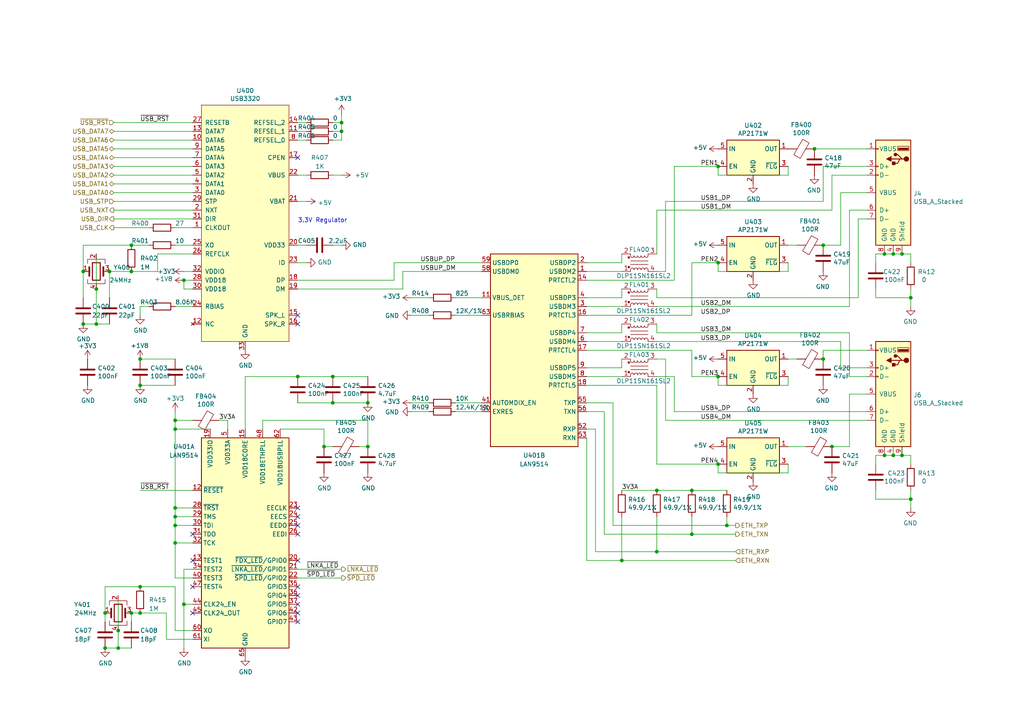
<source format=kicad_sch>
(kicad_sch (version 20210123) (generator eeschema)
  (paper "A4")
  (title_block (title "Dramite") (date "2021-01-22") (rev "R0.1") (company "Wenting Zhang") (comment 1 "zephray@outlook.com"))
  (lib_symbols
    (symbol "Device:C" (pin_numbers hide) (pin_names (offset 0.254))
      (property "Reference" "C" (at 0.635 2.54 0))
      (property "Value" "C" (at 0.635 -2.54 0))
      (symbol "C_1_1"
        (pin passive line (at 0 3.81 270) (length 2.794) (name "~") (number "1"))
        (pin passive line (at 0 -3.81 90) (length 2.794) (name "~") (number "2"))
      )
    )
    (symbol "Device:Crystal_GND24" (pin_names (offset 1.016) hide)
      (property "Reference" "Y" (at 3.175 5.08 0))
      (property "Value" "Crystal_GND24" (at 3.175 3.175 0))
      (symbol "Crystal_GND24_1_1"
        (pin passive line (at -3.81 0 0) (length 1.27) (name "1") (number "1"))
        (pin passive line (at 0 5.08 270) (length 1.27) (name "2") (number "2"))
        (pin passive line (at 3.81 0 180) (length 1.27) (name "3") (number "3"))
        (pin passive line (at 0 -5.08 90) (length 1.27) (name "4") (number "4"))
      )
    )
    (symbol "Device:EMI_Filter_LL_1423" (pin_names hide)
      (property "Reference" "FL" (at 0 4.445 0))
      (property "Value" "Device_EMI_Filter_LL_1423" (at 0 -4.445 0))
      (symbol "EMI_Filter_LL_1423_1_1"
        (pin passive line (at -5.08 -2.54 0) (length 2.54) (name "1") (number "1"))
        (pin passive line (at -5.08 2.54 0) (length 2.54) (name "2") (number "2"))
        (pin passive line (at 5.08 2.54 180) (length 2.54) (name "3") (number "3"))
        (pin passive line (at 5.08 -2.54 180) (length 2.54) (name "4") (number "4"))
      )
    )
    (symbol "Device:Ferrite_Bead" (pin_numbers hide) (pin_names (offset 0))
      (property "Reference" "FB" (at -3.81 0.635 90))
      (property "Value" "Device_Ferrite_Bead" (at 3.81 0 90))
      (symbol "Ferrite_Bead_1_1"
        (pin passive line (at 0 3.81 270) (length 2.54) (name "~") (number "1"))
        (pin passive line (at 0 -3.81 90) (length 2.54) (name "~") (number "2"))
      )
    )
    (symbol "Device:R" (pin_numbers hide) (pin_names (offset 0))
      (property "Reference" "R" (at 2.032 0 90))
      (property "Value" "R" (at 0 0 90))
      (symbol "R_1_1"
        (pin passive line (at 0 3.81 270) (length 1.27) (name "~") (number "1"))
        (pin passive line (at 0 -3.81 90) (length 1.27) (name "~") (number "2"))
      )
    )
    (symbol "Interface_Ethernet:LAN9514"
      (property "Reference" "U" (at -15.24 31.75 0))
      (property "Value" "LAN9514" (at 15.24 31.75 0))
      (symbol "LAN9514_1_1"
        (pin passive line (at -5.08 33.02 270) (length 2.54) hide (name "VDD33A") (number "10"))
        (pin input line (at -15.24 15.24 0) (length 2.54) (name "~RESET") (number "12"))
        (pin input line (at -15.24 -5.08 0) (length 2.54) (name "TEST1") (number "13"))
        (pin power_in line (at 0 33.02 270) (length 2.54) (name "VDD18CORE") (number "15"))
        (pin power_in line (at -10.16 33.02 270) (length 2.54) (name "VDD33IO") (number "19"))
        (pin bidirectional line (at 15.24 -5.08 180) (length 2.54) (name "~FDX_LED~/GPIO0") (number "20"))
        (pin bidirectional line (at 15.24 -7.62 180) (length 2.54) (name "~LNKA_LED~/GPIO1") (number "21"))
        (pin bidirectional line (at 15.24 -10.16 180) (length 2.54) (name "~SPD_LED~/GPIO2") (number "22"))
        (pin output line (at 15.24 10.16 180) (length 2.54) (name "EECLK") (number "23"))
        (pin output line (at 15.24 7.62 180) (length 2.54) (name "EECS") (number "24"))
        (pin output line (at 15.24 5.08 180) (length 2.54) (name "EEDO") (number "25"))
        (pin input line (at 15.24 2.54 180) (length 2.54) (name "EEDI") (number "26"))
        (pin passive line (at -10.16 33.02 270) (length 2.54) hide (name "VDD33IO") (number "27"))
        (pin input line (at -15.24 10.16 0) (length 2.54) (name "~TRST") (number "28"))
        (pin input line (at -15.24 7.62 0) (length 2.54) (name "TMS") (number "29"))
        (pin input line (at -15.24 5.08 0) (length 2.54) (name "TDI") (number "30"))
        (pin output line (at -15.24 2.54 0) (length 2.54) (name "TDO") (number "31"))
        (pin input line (at -15.24 0 0) (length 2.54) (name "TCK") (number "32"))
        (pin passive line (at -10.16 33.02 270) (length 2.54) hide (name "VDD33IO") (number "33"))
        (pin input line (at -15.24 -7.62 0) (length 2.54) (name "TEST2") (number "34"))
        (pin bidirectional line (at 15.24 -12.7 180) (length 2.54) (name "GPIO3") (number "35"))
        (pin bidirectional line (at 15.24 -15.24 180) (length 2.54) (name "GPIO4") (number "36"))
        (pin bidirectional line (at 15.24 -17.78 180) (length 2.54) (name "GPIO5") (number "37"))
        (pin passive line (at 0 33.02 270) (length 2.54) hide (name "VDD18CORE") (number "38"))
        (pin passive line (at -10.16 33.02 270) (length 2.54) hide (name "VDD33IO") (number "39"))
        (pin input line (at -15.24 -10.16 0) (length 2.54) (name "TEST3") (number "40"))
        (pin bidirectional line (at 15.24 -20.32 180) (length 2.54) (name "GPIO6") (number "42"))
        (pin bidirectional line (at 15.24 -22.86 180) (length 2.54) (name "GPIO7") (number "43"))
        (pin input line (at -15.24 -17.78 0) (length 2.54) (name "CLK24_EN") (number "44"))
        (pin output line (at -15.24 -20.32 0) (length 2.54) (name "CLK24_OUT") (number "45"))
        (pin passive line (at -10.16 33.02 270) (length 2.54) hide (name "VDD33IO") (number "46"))
        (pin input line (at -15.24 -12.7 0) (length 2.54) (name "TEST4") (number "47"))
        (pin power_in line (at 5.08 33.02 270) (length 2.54) (name "VDD18ETHPLL") (number "48"))
        (pin passive line (at -5.08 33.02 270) (length 2.54) hide (name "VDD33A") (number "49"))
        (pin power_in line (at -5.08 33.02 270) (length 2.54) (name "VDD33A") (number "5"))
        (pin passive line (at -5.08 33.02 270) (length 2.54) hide (name "VDD33A") (number "51"))
        (pin passive line (at -5.08 33.02 270) (length 2.54) hide (name "VDD33A") (number "54"))
        (pin passive line (at -5.08 33.02 270) (length 2.54) hide (name "VDD33A") (number "57"))
        (pin input line (at -15.24 -25.4 0) (length 2.54) (name "XO") (number "60"))
        (pin input line (at -15.24 -27.94 0) (length 2.54) (name "XI") (number "61"))
        (pin power_in line (at 10.16 33.02 270) (length 2.54) (name "VDD18USBPLL") (number "62"))
        (pin passive line (at -5.08 33.02 270) (length 2.54) hide (name "VDD33A") (number "64"))
        (pin power_in line (at 0 -33.02 90) (length 2.54) (name "GND") (number "65"))
      )
      (symbol "LAN9514_2_1"
        (pin bidirectional line (at 15.24 22.86 180) (length 2.54) (name "USBDM2") (number "1"))
        (pin input line (at -15.24 15.24 0) (length 2.54) (name "VBUS_DET") (number "11"))
        (pin bidirectional line (at 15.24 20.32 180) (length 2.54) (name "PRTCTL2") (number "14"))
        (pin bidirectional line (at 15.24 10.16 180) (length 2.54) (name "PRTCTL3") (number "16"))
        (pin bidirectional line (at 15.24 0 180) (length 2.54) (name "PRTCTL4") (number "17"))
        (pin bidirectional line (at 15.24 -10.16 180) (length 2.54) (name "PRTCTL5") (number "18"))
        (pin bidirectional line (at 15.24 25.4 180) (length 2.54) (name "USBDP2") (number "2"))
        (pin bidirectional line (at 15.24 12.7 180) (length 2.54) (name "USBDM3") (number "3"))
        (pin bidirectional line (at 15.24 15.24 180) (length 2.54) (name "USBDP3") (number "4"))
        (pin input line (at -15.24 -15.24 0) (length 2.54) (name "AUTOMDIX_EN") (number "41"))
        (pin input line (at -15.24 -17.78 0) (length 2.54) (name "EXRES") (number "50"))
        (pin input line (at 15.24 -22.86 180) (length 2.54) (name "RXP") (number "52"))
        (pin input line (at 15.24 -25.4 180) (length 2.54) (name "RXN") (number "53"))
        (pin output line (at 15.24 -15.24 180) (length 2.54) (name "TXP") (number "55"))
        (pin output line (at 15.24 -17.78 180) (length 2.54) (name "TXN") (number "56"))
        (pin bidirectional line (at -15.24 22.86 0) (length 2.54) (name "USBDM0") (number "58"))
        (pin bidirectional line (at -15.24 25.4 0) (length 2.54) (name "USBDP0") (number "59"))
        (pin bidirectional line (at 15.24 2.54 180) (length 2.54) (name "USBDM4") (number "6"))
        (pin input line (at -15.24 10.16 0) (length 2.54) (name "USBRBIAS") (number "63"))
        (pin bidirectional line (at 15.24 5.08 180) (length 2.54) (name "USBDP4") (number "7"))
        (pin bidirectional line (at 15.24 -7.62 180) (length 2.54) (name "USBDM5") (number "8"))
        (pin bidirectional line (at 15.24 -5.08 180) (length 2.54) (name "USBDP5") (number "9"))
      )
    )
    (symbol "Power_Management:AP2171W"
      (property "Reference" "U" (at -7.62 -6.35 0))
      (property "Value" "AP2171W" (at -7.62 6.35 0))
      (symbol "AP2171W_1_1"
        (pin power_out line (at 10.16 2.54 180) (length 2.54) (name "OUT") (number "1"))
        (pin power_in line (at 0 -7.62 90) (length 2.54) (name "GND") (number "2"))
        (pin open_collector line (at 10.16 -2.54 180) (length 2.54) (name "~FLG") (number "3"))
        (pin input line (at -10.16 -2.54 0) (length 2.54) (name "EN") (number "4"))
        (pin power_in line (at -10.16 2.54 0) (length 2.54) (name "IN") (number "5"))
      )
    )
    (symbol "power:+1V8" (power) (pin_names (offset 0))
      (property "Value" "+1V8" (at 0 3.556 0))
      (symbol "+1V8_1_1"
        (pin power_in line (at 0 0 90) (length 0) hide (name "+1V8") (number "1"))
      )
    )
    (symbol "power:+3V3" (power) (pin_names (offset 0))
      (property "Value" "+3V3" (at 0 3.556 0))
      (symbol "+3V3_1_1"
        (pin power_in line (at 0 0 90) (length 0) hide (name "+3V3") (number "1"))
      )
    )
    (symbol "power:+5V" (power) (pin_names (offset 0))
      (property "Value" "+5V" (at 0 3.556 0))
      (symbol "+5V_1_1"
        (pin power_in line (at 0 0 90) (length 0) hide (name "+5V") (number "1"))
      )
    )
    (symbol "power:GND" (power) (pin_names (offset 0))
      (property "Value" "GND" (at 0 -3.81 0))
      (symbol "GND_1_1"
        (pin power_in line (at 0 0 270) (length 0) hide (name "GND") (number "1"))
      )
    )
    (symbol "symbols:USB3320" (pin_names (offset 1.016))
      (property "Reference" "U" (at 0 0 0))
      (property "Value" "USB3320" (at 0 -2.54 0))
      (symbol "USB3320_1_1"
        (pin output line (at 15.24 -40.64 180) (length 2.54) (name "CLKOUT") (number "1"))
        (pin bidirectional line (at 15.24 -15.24 180) (length 2.54) (name "DATA6") (number "10"))
        (pin input line (at -15.24 -12.7 0) (length 2.54) (name "REFSEL_1") (number "11"))
        (pin no_connect line (at 15.24 -68.58 180) (length 2.54) (name "NC") (number "12"))
        (pin bidirectional line (at 15.24 -12.7 180) (length 2.54) (name "DATA7") (number "13"))
        (pin input line (at -15.24 -10.16 0) (length 2.54) (name "REFSEL_2") (number "14"))
        (pin bidirectional line (at -15.24 -66.04 0) (length 2.54) (name "SPK_L") (number "15"))
        (pin bidirectional line (at -15.24 -68.58 0) (length 2.54) (name "SPK_R") (number "16"))
        (pin input line (at -15.24 -20.32 0) (length 2.54) (name "CPEN") (number "17"))
        (pin bidirectional line (at -15.24 -55.88 0) (length 2.54) (name "DP") (number "18"))
        (pin bidirectional line (at -15.24 -58.42 0) (length 2.54) (name "DM") (number "19"))
        (pin output line (at 15.24 -35.56 180) (length 2.54) (name "NXT") (number "2"))
        (pin input line (at -15.24 -45.72 0) (length 2.54) (name "VDD33") (number "20"))
        (pin input line (at -15.24 -33.02 0) (length 2.54) (name "VBAT") (number "21"))
        (pin input line (at -15.24 -25.4 0) (length 2.54) (name "VBUS") (number "22"))
        (pin input line (at -15.24 -50.8 0) (length 2.54) (name "ID") (number "23"))
        (pin output line (at 15.24 -63.5 180) (length 2.54) (name "RBIAS") (number "24"))
        (pin output line (at 15.24 -45.72 180) (length 2.54) (name "XO") (number "25"))
        (pin input line (at 15.24 -48.26 180) (length 2.54) (name "REFCLK") (number "26"))
        (pin input line (at 15.24 -10.16 180) (length 2.54) (name "RESETB") (number "27"))
        (pin input line (at 15.24 -55.88 180) (length 2.54) (name "VDD18") (number "28"))
        (pin input line (at 15.24 -33.02 180) (length 2.54) (name "STP") (number "29"))
        (pin bidirectional line (at 15.24 -30.48 180) (length 2.54) (name "DATA0") (number "3"))
        (pin input line (at 15.24 -58.42 180) (length 2.54) (name "VDD18") (number "30"))
        (pin output line (at 15.24 -38.1 180) (length 2.54) (name "DIR") (number "31"))
        (pin input line (at 15.24 -53.34 180) (length 2.54) (name "VDDIO") (number "32"))
        (pin bidirectional line (at 0 -76.2 90) (length 2.54) (name "GND") (number "33"))
        (pin bidirectional line (at 15.24 -27.94 180) (length 2.54) (name "DATA1") (number "4"))
        (pin bidirectional line (at 15.24 -25.4 180) (length 2.54) (name "DATA2") (number "5"))
        (pin bidirectional line (at 15.24 -22.86 180) (length 2.54) (name "DATA3") (number "6"))
        (pin bidirectional line (at 15.24 -20.32 180) (length 2.54) (name "DATA4") (number "7"))
        (pin input line (at -15.24 -15.24 0) (length 2.54) (name "REFSEL_0") (number "8"))
        (pin bidirectional line (at 15.24 -17.78 180) (length 2.54) (name "DATA5") (number "9"))
      )
    )
    (symbol "symbols:USB_A_Stacked" (pin_names (offset 1.016))
      (property "Reference" "J" (at -5.08 11.43 0))
      (property "Value" "USB_A_Stacked" (at -5.08 8.89 0))
      (symbol "USB_A_Stacked_1_1"
        (pin power_in line (at 7.62 5.08 180) (length 2.54) (name "VBUS") (number "1"))
        (pin bidirectional line (at 7.62 -2.54 180) (length 2.54) (name "D-") (number "2"))
        (pin bidirectional line (at 7.62 0 180) (length 2.54) (name "D+") (number "3"))
        (pin power_in line (at 0 -25.4 90) (length 2.54) (name "GND") (number "4"))
        (pin power_in line (at 7.62 -7.62 180) (length 2.54) (name "VBUS") (number "5"))
        (pin bidirectional line (at 7.62 -12.7 180) (length 2.54) (name "D+") (number "6"))
        (pin bidirectional line (at 7.62 -15.24 180) (length 2.54) (name "D-") (number "7"))
        (pin power_in line (at 2.54 -25.4 90) (length 2.54) (name "GND") (number "8"))
        (pin passive line (at -2.54 -25.4 90) (length 2.54) (name "Shield") (number "9"))
      )
    )
  )
  (junction (at 24.13 78.74) (diameter 0.9144))
  (junction (at 24.13 93.98) (diameter 0.9144))
  (junction (at 27.94 83.82) (diameter 0.9144))
  (junction (at 27.94 93.98) (diameter 0.9144))
  (junction (at 30.48 177.8) (diameter 0.9144))
  (junction (at 30.48 187.96) (diameter 0.9144))
  (junction (at 31.75 78.74) (diameter 0.9144))
  (junction (at 34.29 182.88) (diameter 0.9144))
  (junction (at 34.29 187.96) (diameter 0.9144))
  (junction (at 38.1 71.12) (diameter 0.9144))
  (junction (at 38.1 78.74) (diameter 0.9144))
  (junction (at 38.1 177.8) (diameter 0.9144))
  (junction (at 40.64 104.14) (diameter 0.9144))
  (junction (at 40.64 111.76) (diameter 0.9144))
  (junction (at 40.64 170.18) (diameter 0.9144))
  (junction (at 40.64 177.8) (diameter 0.9144))
  (junction (at 50.8 121.92) (diameter 0.9144))
  (junction (at 50.8 124.46) (diameter 0.9144))
  (junction (at 50.8 147.32) (diameter 0.9144))
  (junction (at 50.8 149.86) (diameter 0.9144))
  (junction (at 50.8 152.4) (diameter 0.9144))
  (junction (at 50.8 157.48) (diameter 0.9144))
  (junction (at 53.34 81.28) (diameter 0.9144))
  (junction (at 53.34 175.26) (diameter 0.9144))
  (junction (at 86.36 109.22) (diameter 0.9144))
  (junction (at 93.98 129.54) (diameter 0.9144))
  (junction (at 96.52 109.22) (diameter 0.9144))
  (junction (at 96.52 116.84) (diameter 0.9144))
  (junction (at 99.06 35.56) (diameter 0.9144))
  (junction (at 99.06 38.1) (diameter 0.9144))
  (junction (at 106.68 116.84) (diameter 0.9144))
  (junction (at 106.68 129.54) (diameter 0.9144))
  (junction (at 180.34 162.56) (diameter 0.9144))
  (junction (at 190.5 142.24) (diameter 0.9144))
  (junction (at 190.5 160.02) (diameter 0.9144))
  (junction (at 200.66 142.24) (diameter 0.9144))
  (junction (at 200.66 154.94) (diameter 0.9144))
  (junction (at 208.28 48.26) (diameter 0.9144))
  (junction (at 208.28 76.2) (diameter 0.9144))
  (junction (at 208.28 109.22) (diameter 0.9144))
  (junction (at 208.28 134.62) (diameter 0.9144))
  (junction (at 210.82 152.4) (diameter 0.9144))
  (junction (at 236.22 43.18) (diameter 0.9144))
  (junction (at 238.76 71.12) (diameter 0.9144))
  (junction (at 238.76 104.14) (diameter 0.9144))
  (junction (at 241.3 129.54) (diameter 0.9144))
  (junction (at 256.54 73.66) (diameter 0.9144))
  (junction (at 256.54 132.08) (diameter 0.9144))
  (junction (at 259.08 73.66) (diameter 0.9144))
  (junction (at 259.08 132.08) (diameter 0.9144))
  (junction (at 261.62 73.66) (diameter 0.9144))
  (junction (at 261.62 132.08) (diameter 0.9144))
  (junction (at 264.16 86.36) (diameter 0.9144))
  (junction (at 264.16 144.78) (diameter 0.9144))
  (no_connect (at 55.88 154.94))
  (no_connect (at 55.88 162.56))
  (no_connect (at 55.88 170.18))
  (no_connect (at 55.88 177.8))
  (no_connect (at 86.36 45.72))
  (no_connect (at 86.36 91.44))
  (no_connect (at 86.36 93.98))
  (no_connect (at 86.36 147.32))
  (no_connect (at 86.36 149.86))
  (no_connect (at 86.36 152.4))
  (no_connect (at 86.36 154.94))
  (no_connect (at 86.36 162.56))
  (no_connect (at 86.36 170.18))
  (no_connect (at 86.36 172.72))
  (no_connect (at 86.36 175.26))
  (no_connect (at 86.36 177.8))
  (no_connect (at 86.36 180.34))
  (wire (pts (xy 24.13 71.12) (xy 24.13 78.74)))
  (wire (pts (xy 24.13 86.36) (xy 24.13 78.74)))
  (wire (pts (xy 27.94 73.66) (xy 27.94 83.82)))
  (wire (pts (xy 27.94 83.82) (xy 27.94 93.98)))
  (wire (pts (xy 27.94 93.98) (xy 24.13 93.98)))
  (wire (pts (xy 30.48 170.18) (xy 30.48 177.8)))
  (wire (pts (xy 30.48 170.18) (xy 40.64 170.18)))
  (wire (pts (xy 30.48 180.34) (xy 30.48 177.8)))
  (wire (pts (xy 30.48 187.96) (xy 34.29 187.96)))
  (wire (pts (xy 31.75 78.74) (xy 38.1 78.74)))
  (wire (pts (xy 31.75 86.36) (xy 31.75 78.74)))
  (wire (pts (xy 31.75 93.98) (xy 27.94 93.98)))
  (wire (pts (xy 33.02 35.56) (xy 55.88 35.56)))
  (wire (pts (xy 33.02 38.1) (xy 55.88 38.1)))
  (wire (pts (xy 33.02 40.64) (xy 55.88 40.64)))
  (wire (pts (xy 33.02 43.18) (xy 55.88 43.18)))
  (wire (pts (xy 33.02 45.72) (xy 55.88 45.72)))
  (wire (pts (xy 33.02 48.26) (xy 55.88 48.26)))
  (wire (pts (xy 33.02 50.8) (xy 55.88 50.8)))
  (wire (pts (xy 33.02 53.34) (xy 55.88 53.34)))
  (wire (pts (xy 33.02 55.88) (xy 55.88 55.88)))
  (wire (pts (xy 33.02 58.42) (xy 55.88 58.42)))
  (wire (pts (xy 33.02 60.96) (xy 55.88 60.96)))
  (wire (pts (xy 33.02 63.5) (xy 55.88 63.5)))
  (wire (pts (xy 33.02 66.04) (xy 43.18 66.04)))
  (wire (pts (xy 34.29 172.72) (xy 34.29 182.88)))
  (wire (pts (xy 34.29 182.88) (xy 34.29 187.96)))
  (wire (pts (xy 34.29 187.96) (xy 38.1 187.96)))
  (wire (pts (xy 38.1 71.12) (xy 24.13 71.12)))
  (wire (pts (xy 38.1 177.8) (xy 40.64 177.8)))
  (wire (pts (xy 38.1 180.34) (xy 38.1 177.8)))
  (wire (pts (xy 40.64 88.9) (xy 40.64 91.44)))
  (wire (pts (xy 40.64 142.24) (xy 55.88 142.24)))
  (wire (pts (xy 40.64 177.8) (xy 48.26 177.8)))
  (wire (pts (xy 43.18 71.12) (xy 38.1 71.12)))
  (wire (pts (xy 43.18 88.9) (xy 40.64 88.9)))
  (wire (pts (xy 45.72 73.66) (xy 45.72 78.74)))
  (wire (pts (xy 45.72 73.66) (xy 55.88 73.66)))
  (wire (pts (xy 45.72 78.74) (xy 38.1 78.74)))
  (wire (pts (xy 48.26 177.8) (xy 48.26 185.42)))
  (wire (pts (xy 48.26 185.42) (xy 55.88 185.42)))
  (wire (pts (xy 50.8 66.04) (xy 55.88 66.04)))
  (wire (pts (xy 50.8 71.12) (xy 55.88 71.12)))
  (wire (pts (xy 50.8 88.9) (xy 55.88 88.9)))
  (wire (pts (xy 50.8 104.14) (xy 40.64 104.14)))
  (wire (pts (xy 50.8 111.76) (xy 40.64 111.76)))
  (wire (pts (xy 50.8 119.38) (xy 50.8 121.92)))
  (wire (pts (xy 50.8 121.92) (xy 50.8 124.46)))
  (wire (pts (xy 50.8 121.92) (xy 55.88 121.92)))
  (wire (pts (xy 50.8 124.46) (xy 50.8 147.32)))
  (wire (pts (xy 50.8 124.46) (xy 60.96 124.46)))
  (wire (pts (xy 50.8 147.32) (xy 50.8 149.86)))
  (wire (pts (xy 50.8 147.32) (xy 55.88 147.32)))
  (wire (pts (xy 50.8 149.86) (xy 50.8 152.4)))
  (wire (pts (xy 50.8 149.86) (xy 55.88 149.86)))
  (wire (pts (xy 50.8 152.4) (xy 50.8 157.48)))
  (wire (pts (xy 50.8 152.4) (xy 55.88 152.4)))
  (wire (pts (xy 50.8 157.48) (xy 50.8 167.64)))
  (wire (pts (xy 50.8 157.48) (xy 55.88 157.48)))
  (wire (pts (xy 50.8 170.18) (xy 40.64 170.18)))
  (wire (pts (xy 50.8 182.88) (xy 50.8 170.18)))
  (wire (pts (xy 53.34 78.74) (xy 55.88 78.74)))
  (wire (pts (xy 53.34 81.28) (xy 55.88 81.28)))
  (wire (pts (xy 53.34 83.82) (xy 53.34 81.28)))
  (wire (pts (xy 53.34 165.1) (xy 53.34 175.26)))
  (wire (pts (xy 53.34 175.26) (xy 53.34 187.96)))
  (wire (pts (xy 55.88 83.82) (xy 53.34 83.82)))
  (wire (pts (xy 55.88 165.1) (xy 53.34 165.1)))
  (wire (pts (xy 55.88 167.64) (xy 50.8 167.64)))
  (wire (pts (xy 55.88 175.26) (xy 53.34 175.26)))
  (wire (pts (xy 55.88 182.88) (xy 50.8 182.88)))
  (wire (pts (xy 63.5 121.92) (xy 66.04 121.92)))
  (wire (pts (xy 66.04 121.92) (xy 66.04 124.46)))
  (wire (pts (xy 71.12 109.22) (xy 71.12 124.46)))
  (wire (pts (xy 71.12 109.22) (xy 86.36 109.22)))
  (wire (pts (xy 76.2 121.92) (xy 76.2 124.46)))
  (wire (pts (xy 81.28 124.46) (xy 93.98 124.46)))
  (wire (pts (xy 86.36 35.56) (xy 88.9 35.56)))
  (wire (pts (xy 86.36 38.1) (xy 88.9 38.1)))
  (wire (pts (xy 86.36 40.64) (xy 88.9 40.64)))
  (wire (pts (xy 86.36 50.8) (xy 88.9 50.8)))
  (wire (pts (xy 86.36 71.12) (xy 88.9 71.12)))
  (wire (pts (xy 86.36 81.28) (xy 114.3 81.28)))
  (wire (pts (xy 86.36 83.82) (xy 116.84 83.82)))
  (wire (pts (xy 86.36 116.84) (xy 96.52 116.84)))
  (wire (pts (xy 86.36 165.1) (xy 99.06 165.1)))
  (wire (pts (xy 86.36 167.64) (xy 99.06 167.64)))
  (wire (pts (xy 88.9 58.42) (xy 86.36 58.42)))
  (wire (pts (xy 88.9 76.2) (xy 86.36 76.2)))
  (wire (pts (xy 93.98 124.46) (xy 93.98 129.54)))
  (wire (pts (xy 93.98 129.54) (xy 96.52 129.54)))
  (wire (pts (xy 96.52 35.56) (xy 99.06 35.56)))
  (wire (pts (xy 96.52 38.1) (xy 99.06 38.1)))
  (wire (pts (xy 96.52 40.64) (xy 99.06 40.64)))
  (wire (pts (xy 96.52 50.8) (xy 99.06 50.8)))
  (wire (pts (xy 96.52 71.12) (xy 99.06 71.12)))
  (wire (pts (xy 96.52 109.22) (xy 86.36 109.22)))
  (wire (pts (xy 96.52 116.84) (xy 106.68 116.84)))
  (wire (pts (xy 99.06 35.56) (xy 99.06 33.02)))
  (wire (pts (xy 99.06 38.1) (xy 99.06 35.56)))
  (wire (pts (xy 99.06 40.64) (xy 99.06 38.1)))
  (wire (pts (xy 104.14 129.54) (xy 106.68 129.54)))
  (wire (pts (xy 106.68 109.22) (xy 96.52 109.22)))
  (wire (pts (xy 106.68 121.92) (xy 76.2 121.92)))
  (wire (pts (xy 106.68 129.54) (xy 106.68 121.92)))
  (wire (pts (xy 114.3 76.2) (xy 114.3 81.28)))
  (wire (pts (xy 116.84 78.74) (xy 116.84 83.82)))
  (wire (pts (xy 119.38 86.36) (xy 124.46 86.36)))
  (wire (pts (xy 119.38 91.44) (xy 124.46 91.44)))
  (wire (pts (xy 119.38 116.84) (xy 124.46 116.84)))
  (wire (pts (xy 119.38 119.38) (xy 124.46 119.38)))
  (wire (pts (xy 132.08 86.36) (xy 139.7 86.36)))
  (wire (pts (xy 132.08 91.44) (xy 139.7 91.44)))
  (wire (pts (xy 132.08 116.84) (xy 139.7 116.84)))
  (wire (pts (xy 132.08 119.38) (xy 139.7 119.38)))
  (wire (pts (xy 139.7 76.2) (xy 114.3 76.2)))
  (wire (pts (xy 139.7 78.74) (xy 116.84 78.74)))
  (wire (pts (xy 170.18 76.2) (xy 180.34 76.2)))
  (wire (pts (xy 170.18 78.74) (xy 180.34 78.74)))
  (wire (pts (xy 170.18 81.28) (xy 195.58 81.28)))
  (wire (pts (xy 170.18 86.36) (xy 180.34 86.36)))
  (wire (pts (xy 170.18 88.9) (xy 180.34 88.9)))
  (wire (pts (xy 170.18 91.44) (xy 200.66 91.44)))
  (wire (pts (xy 170.18 96.52) (xy 180.34 96.52)))
  (wire (pts (xy 170.18 99.06) (xy 180.34 99.06)))
  (wire (pts (xy 170.18 101.6) (xy 200.66 101.6)))
  (wire (pts (xy 170.18 106.68) (xy 180.34 106.68)))
  (wire (pts (xy 170.18 109.22) (xy 180.34 109.22)))
  (wire (pts (xy 170.18 111.76) (xy 190.5 111.76)))
  (wire (pts (xy 170.18 119.38) (xy 175.26 119.38)))
  (wire (pts (xy 170.18 127) (xy 170.18 162.56)))
  (wire (pts (xy 170.18 162.56) (xy 180.34 162.56)))
  (wire (pts (xy 172.72 124.46) (xy 170.18 124.46)))
  (wire (pts (xy 172.72 160.02) (xy 172.72 124.46)))
  (wire (pts (xy 172.72 160.02) (xy 190.5 160.02)))
  (wire (pts (xy 175.26 119.38) (xy 175.26 154.94)))
  (wire (pts (xy 175.26 154.94) (xy 200.66 154.94)))
  (wire (pts (xy 177.8 116.84) (xy 170.18 116.84)))
  (wire (pts (xy 177.8 152.4) (xy 177.8 116.84)))
  (wire (pts (xy 180.34 76.2) (xy 180.34 73.66)))
  (wire (pts (xy 180.34 83.82) (xy 180.34 86.36)))
  (wire (pts (xy 180.34 96.52) (xy 180.34 93.98)))
  (wire (pts (xy 180.34 106.68) (xy 180.34 104.14)))
  (wire (pts (xy 180.34 142.24) (xy 190.5 142.24)))
  (wire (pts (xy 180.34 149.86) (xy 180.34 162.56)))
  (wire (pts (xy 180.34 162.56) (xy 213.36 162.56)))
  (wire (pts (xy 190.5 60.96) (xy 190.5 73.66)))
  (wire (pts (xy 190.5 60.96) (xy 241.3 60.96)))
  (wire (pts (xy 190.5 78.74) (xy 193.04 78.74)))
  (wire (pts (xy 190.5 86.36) (xy 190.5 83.82)))
  (wire (pts (xy 190.5 88.9) (xy 246.38 88.9)))
  (wire (pts (xy 190.5 93.98) (xy 190.5 96.52)))
  (wire (pts (xy 190.5 96.52) (xy 246.38 96.52)))
  (wire (pts (xy 190.5 99.06) (xy 243.84 99.06)))
  (wire (pts (xy 190.5 104.14) (xy 193.04 104.14)))
  (wire (pts (xy 190.5 111.76) (xy 190.5 134.62)))
  (wire (pts (xy 190.5 142.24) (xy 200.66 142.24)))
  (wire (pts (xy 190.5 149.86) (xy 190.5 160.02)))
  (wire (pts (xy 190.5 160.02) (xy 213.36 160.02)))
  (wire (pts (xy 193.04 58.42) (xy 193.04 78.74)))
  (wire (pts (xy 193.04 58.42) (xy 238.76 58.42)))
  (wire (pts (xy 193.04 104.14) (xy 193.04 121.92)))
  (wire (pts (xy 195.58 48.26) (xy 208.28 48.26)))
  (wire (pts (xy 195.58 81.28) (xy 195.58 48.26)))
  (wire (pts (xy 195.58 109.22) (xy 190.5 109.22)))
  (wire (pts (xy 195.58 109.22) (xy 195.58 119.38)))
  (wire (pts (xy 200.66 76.2) (xy 200.66 91.44)))
  (wire (pts (xy 200.66 76.2) (xy 208.28 76.2)))
  (wire (pts (xy 200.66 109.22) (xy 200.66 101.6)))
  (wire (pts (xy 200.66 142.24) (xy 210.82 142.24)))
  (wire (pts (xy 200.66 149.86) (xy 200.66 154.94)))
  (wire (pts (xy 200.66 154.94) (xy 213.36 154.94)))
  (wire (pts (xy 208.28 50.8) (xy 208.28 48.26)))
  (wire (pts (xy 208.28 76.2) (xy 208.28 78.74)))
  (wire (pts (xy 208.28 109.22) (xy 200.66 109.22)))
  (wire (pts (xy 208.28 111.76) (xy 208.28 109.22)))
  (wire (pts (xy 208.28 134.62) (xy 190.5 134.62)))
  (wire (pts (xy 208.28 137.16) (xy 208.28 134.62)))
  (wire (pts (xy 210.82 149.86) (xy 210.82 152.4)))
  (wire (pts (xy 210.82 152.4) (xy 177.8 152.4)))
  (wire (pts (xy 210.82 152.4) (xy 213.36 152.4)))
  (wire (pts (xy 228.6 48.26) (xy 228.6 50.8)))
  (wire (pts (xy 228.6 50.8) (xy 208.28 50.8)))
  (wire (pts (xy 228.6 71.12) (xy 231.14 71.12)))
  (wire (pts (xy 228.6 76.2) (xy 228.6 78.74)))
  (wire (pts (xy 228.6 78.74) (xy 208.28 78.74)))
  (wire (pts (xy 228.6 104.14) (xy 231.14 104.14)))
  (wire (pts (xy 228.6 109.22) (xy 228.6 111.76)))
  (wire (pts (xy 228.6 111.76) (xy 208.28 111.76)))
  (wire (pts (xy 228.6 129.54) (xy 233.68 129.54)))
  (wire (pts (xy 228.6 134.62) (xy 228.6 137.16)))
  (wire (pts (xy 228.6 137.16) (xy 208.28 137.16)))
  (wire (pts (xy 236.22 43.18) (xy 251.46 43.18)))
  (wire (pts (xy 238.76 48.26) (xy 238.76 58.42)))
  (wire (pts (xy 238.76 71.12) (xy 243.84 71.12)))
  (wire (pts (xy 238.76 101.6) (xy 238.76 104.14)))
  (wire (pts (xy 241.3 50.8) (xy 241.3 60.96)))
  (wire (pts (xy 241.3 129.54) (xy 246.38 129.54)))
  (wire (pts (xy 243.84 55.88) (xy 251.46 55.88)))
  (wire (pts (xy 243.84 71.12) (xy 243.84 55.88)))
  (wire (pts (xy 243.84 99.06) (xy 243.84 106.68)))
  (wire (pts (xy 243.84 106.68) (xy 251.46 106.68)))
  (wire (pts (xy 246.38 60.96) (xy 246.38 88.9)))
  (wire (pts (xy 246.38 96.52) (xy 246.38 109.22)))
  (wire (pts (xy 246.38 114.3) (xy 251.46 114.3)))
  (wire (pts (xy 246.38 129.54) (xy 246.38 114.3)))
  (wire (pts (xy 248.92 63.5) (xy 248.92 86.36)))
  (wire (pts (xy 248.92 86.36) (xy 190.5 86.36)))
  (wire (pts (xy 251.46 48.26) (xy 238.76 48.26)))
  (wire (pts (xy 251.46 50.8) (xy 241.3 50.8)))
  (wire (pts (xy 251.46 60.96) (xy 246.38 60.96)))
  (wire (pts (xy 251.46 63.5) (xy 248.92 63.5)))
  (wire (pts (xy 251.46 101.6) (xy 238.76 101.6)))
  (wire (pts (xy 251.46 109.22) (xy 246.38 109.22)))
  (wire (pts (xy 251.46 119.38) (xy 195.58 119.38)))
  (wire (pts (xy 251.46 121.92) (xy 193.04 121.92)))
  (wire (pts (xy 254 73.66) (xy 256.54 73.66)))
  (wire (pts (xy 254 76.2) (xy 254 73.66)))
  (wire (pts (xy 254 83.82) (xy 254 86.36)))
  (wire (pts (xy 254 86.36) (xy 264.16 86.36)))
  (wire (pts (xy 254 132.08) (xy 256.54 132.08)))
  (wire (pts (xy 254 134.62) (xy 254 132.08)))
  (wire (pts (xy 254 142.24) (xy 254 144.78)))
  (wire (pts (xy 254 144.78) (xy 264.16 144.78)))
  (wire (pts (xy 256.54 73.66) (xy 259.08 73.66)))
  (wire (pts (xy 256.54 132.08) (xy 259.08 132.08)))
  (wire (pts (xy 259.08 73.66) (xy 261.62 73.66)))
  (wire (pts (xy 259.08 129.54) (xy 259.08 132.08)))
  (wire (pts (xy 259.08 132.08) (xy 261.62 132.08)))
  (wire (pts (xy 261.62 73.66) (xy 264.16 73.66)))
  (wire (pts (xy 261.62 129.54) (xy 261.62 132.08)))
  (wire (pts (xy 261.62 132.08) (xy 264.16 132.08)))
  (wire (pts (xy 264.16 73.66) (xy 264.16 76.2)))
  (wire (pts (xy 264.16 86.36) (xy 264.16 83.82)))
  (wire (pts (xy 264.16 88.9) (xy 264.16 86.36)))
  (wire (pts (xy 264.16 132.08) (xy 264.16 134.62)))
  (wire (pts (xy 264.16 142.24) (xy 264.16 144.78)))
  (wire (pts (xy 264.16 147.32) (xy 264.16 144.78)))
  (text "3.3V Regulator" (at 86.36 64.77 0) (effects (font (size 1.27 1.27)) (justify left bottom)))
  (label "~USB_RST" (at 40.64 35.56 0))
  (label "~USB_RST" (at 40.64 142.24 0))
  (label "3V3A" (at 63.5 121.92 0))
  (label "~LNKA_LED" (at 88.9 165.1 0))
  (label "~SPD_LED" (at 88.9 167.64 0))
  (label "USBUP_DP" (at 121.92 76.2 0))
  (label "USBUP_DM" (at 121.92 78.74 0))
  (label "3V3A" (at 180.34 142.24 0))
  (label "PEN1" (at 203.2 48.26 0))
  (label "USB1_DP" (at 203.2 58.42 0))
  (label "USB1_DM" (at 203.2 60.96 0))
  (label "PEN2" (at 203.2 76.2 0))
  (label "USB2_DM" (at 203.2 88.9 0))
  (label "USB2_DP" (at 203.2 91.44 0))
  (label "USB3_DM" (at 203.2 96.52 0))
  (label "USB3_DP" (at 203.2 99.06 0))
  (label "PEN3" (at 203.2 109.22 0))
  (label "USB4_DP" (at 203.2 119.38 0))
  (label "USB4_DM" (at 203.2 121.92 0))
  (label "PEN4" (at 203.2 134.62 0))
  (hierarchical_label "~USB_RST" (shape input) (at 33.02 35.56 180))
  (hierarchical_label "USB_DATA7" (shape bidirectional) (at 33.02 38.1 180))
  (hierarchical_label "USB_DATA6" (shape bidirectional) (at 33.02 40.64 180))
  (hierarchical_label "USB_DATA5" (shape bidirectional) (at 33.02 43.18 180))
  (hierarchical_label "USB_DATA4" (shape bidirectional) (at 33.02 45.72 180))
  (hierarchical_label "USB_DATA3" (shape bidirectional) (at 33.02 48.26 180))
  (hierarchical_label "USB_DATA2" (shape bidirectional) (at 33.02 50.8 180))
  (hierarchical_label "USB_DATA1" (shape bidirectional) (at 33.02 53.34 180))
  (hierarchical_label "USB_DATA0" (shape bidirectional) (at 33.02 55.88 180))
  (hierarchical_label "USB_STP" (shape input) (at 33.02 58.42 180))
  (hierarchical_label "USB_NXT" (shape output) (at 33.02 60.96 180))
  (hierarchical_label "USB_DIR" (shape output) (at 33.02 63.5 180))
  (hierarchical_label "USB_CLK" (shape output) (at 33.02 66.04 180))
  (hierarchical_label "~LNKA_LED" (shape output) (at 99.06 165.1 0))
  (hierarchical_label "~SPD_LED" (shape output) (at 99.06 167.64 0))
  (hierarchical_label "ETH_TXP" (shape output) (at 213.36 152.4 0))
  (hierarchical_label "ETH_TXN" (shape output) (at 213.36 154.94 0))
  (hierarchical_label "ETH_RXP" (shape input) (at 213.36 160.02 0))
  (hierarchical_label "ETH_RXN" (shape input) (at 213.36 162.56 0))
  (symbol (lib_id "power:+3V3") (at 25.4 104.14 0) (unit 1)
    (property "Reference" "#PWR0105" (effects hide))
    (property "Value" "+3V3" (at 25.4 100.33 0))
  )
  (symbol (lib_id "power:+1V8") (at 40.64 104.14 0) (unit 1)
    (property "Reference" "#PWR0108" (effects hide))
    (property "Value" "+1V8" (at 37.846 100.2538 0) (effects (justify left)))
  )
  (symbol (lib_id "power:+3V3") (at 50.8 119.38 0) (unit 1)
    (property "Reference" "#PWR?" (effects hide))
    (property "Value" "+3V3" (at 50.8 115.57 0))
  )
  (symbol (lib_id "power:+3V3") (at 53.34 78.74 90) (unit 1)
    (property "Reference" "#PWR0103" (effects hide))
    (property "Value" "+3V3" (at 48.26 78.74 90))
  )
  (symbol (lib_id "power:+1V8") (at 53.34 81.28 90) (unit 1)
    (property "Reference" "#PWR0104" (effects hide))
    (property "Value" "+1V8" (at 50.0888 80.899 90) (effects (justify left)))
  )
  (symbol (lib_id "power:+5V") (at 88.9 58.42 270) (unit 1)
    (property "Reference" "#PWR0112" (effects hide))
    (property "Value" "+5V" (at 92.1512 58.801 90) (effects (justify left)))
  )
  (symbol (lib_id "power:+3V3") (at 99.06 33.02 0) (unit 1)
    (property "Reference" "#PWR0113" (effects hide))
    (property "Value" "+3V3" (at 99.441 28.6258 0))
  )
  (symbol (lib_id "power:+5V") (at 99.06 50.8 270) (unit 1)
    (property "Reference" "#PWR?" (effects hide))
    (property "Value" "+5V" (at 102.87 50.8 90) (effects (justify left)))
  )
  (symbol (lib_id "power:+3V3") (at 119.38 86.36 90) (unit 1)
    (property "Reference" "#PWR?" (effects hide))
    (property "Value" "+3V3" (at 116.1288 85.979 90) (effects (justify left)))
  )
  (symbol (lib_id "power:+3V3") (at 119.38 116.84 90) (unit 1)
    (property "Reference" "#PWR0119" (effects hide))
    (property "Value" "+3V3" (at 116.1288 116.459 90) (effects (justify left)))
  )
  (symbol (lib_id "power:+5V") (at 208.28 43.18 90) (unit 1)
    (property "Reference" "#PWR0124" (effects hide))
    (property "Value" "+5V" (at 205.0288 42.799 90) (effects (justify left)))
  )
  (symbol (lib_id "power:+5V") (at 208.28 71.12 90) (unit 1)
    (property "Reference" "#PWR0125" (effects hide))
    (property "Value" "+5V" (at 205.0288 70.739 90) (effects (justify left)))
  )
  (symbol (lib_id "power:+5V") (at 208.28 104.14 90) (unit 1)
    (property "Reference" "#PWR0143" (effects hide))
    (property "Value" "+5V" (at 205.0288 103.759 90) (effects (justify left)))
  )
  (symbol (lib_id "power:+5V") (at 208.28 129.54 90) (unit 1)
    (property "Reference" "#PWR0137" (effects hide))
    (property "Value" "+5V" (at 205.0288 129.159 90) (effects (justify left)))
  )
  (symbol (lib_id "power:GND") (at 24.13 93.98 0) (unit 1)
    (property "Reference" "#PWR0110" (effects hide))
    (property "Value" "GND" (at 24.257 98.3742 0))
  )
  (symbol (lib_id "power:GND") (at 25.4 111.76 0) (unit 1)
    (property "Reference" "#PWR0106" (effects hide))
    (property "Value" "GND" (at 25.527 116.1542 0))
  )
  (symbol (lib_id "power:GND") (at 30.48 187.96 0) (unit 1)
    (property "Reference" "#PWR0120" (effects hide))
    (property "Value" "GND" (at 30.607 192.3542 0))
  )
  (symbol (lib_id "power:GND") (at 40.64 91.44 0) (unit 1)
    (property "Reference" "#PWR0111" (effects hide))
    (property "Value" "GND" (at 40.767 95.8342 0))
  )
  (symbol (lib_id "power:GND") (at 40.64 111.76 0) (unit 1)
    (property "Reference" "#PWR0107" (effects hide))
    (property "Value" "GND" (at 40.767 116.1542 0))
  )
  (symbol (lib_id "power:GND") (at 53.34 187.96 0) (unit 1)
    (property "Reference" "#PWR0135" (effects hide))
    (property "Value" "GND" (at 53.467 192.3542 0))
  )
  (symbol (lib_id "power:GND") (at 71.12 101.6 0) (unit 1)
    (property "Reference" "#PWR0109" (effects hide))
    (property "Value" "GND" (at 71.247 105.9942 0))
  )
  (symbol (lib_id "power:GND") (at 71.12 190.5 0) (unit 1)
    (property "Reference" "#PWR?" (effects hide))
    (property "Value" "GND" (at 71.247 194.8942 0))
  )
  (symbol (lib_id "power:GND") (at 88.9 76.2 90) (unit 1)
    (property "Reference" "#PWR0114" (effects hide))
    (property "Value" "GND" (at 92.1512 76.073 90) (effects (justify right)))
  )
  (symbol (lib_id "power:GND") (at 93.98 137.16 0) (unit 1)
    (property "Reference" "#PWR?" (effects hide))
    (property "Value" "GND" (at 94.107 141.5542 0))
  )
  (symbol (lib_id "power:GND") (at 99.06 71.12 90) (unit 1)
    (property "Reference" "#PWR0130" (effects hide))
    (property "Value" "GND" (at 102.3112 70.993 90) (effects (justify right)))
  )
  (symbol (lib_id "power:GND") (at 106.68 116.84 0) (unit 1)
    (property "Reference" "#PWR?" (effects hide))
    (property "Value" "GND" (at 106.807 121.2342 0))
  )
  (symbol (lib_id "power:GND") (at 106.68 137.16 0) (unit 1)
    (property "Reference" "#PWR?" (effects hide))
    (property "Value" "GND" (at 106.807 141.5542 0))
  )
  (symbol (lib_id "power:GND") (at 119.38 91.44 270) (unit 1)
    (property "Reference" "#PWR0121" (effects hide))
    (property "Value" "GND" (at 113.7158 91.567 90))
  )
  (symbol (lib_id "power:GND") (at 119.38 119.38 270) (unit 1)
    (property "Reference" "#PWR0118" (effects hide))
    (property "Value" "GND" (at 113.7158 119.507 90))
  )
  (symbol (lib_id "power:GND") (at 218.44 53.34 0) (unit 1)
    (property "Reference" "#PWR0123" (effects hide))
    (property "Value" "GND" (at 218.567 57.7342 0))
  )
  (symbol (lib_id "power:GND") (at 218.44 81.28 0) (unit 1)
    (property "Reference" "#PWR0122" (effects hide))
    (property "Value" "GND" (at 218.567 85.6742 0))
  )
  (symbol (lib_id "power:GND") (at 218.44 114.3 0) (unit 1)
    (property "Reference" "#PWR0139" (effects hide))
    (property "Value" "GND" (at 218.567 118.6942 0))
  )
  (symbol (lib_id "power:GND") (at 218.44 139.7 0) (unit 1)
    (property "Reference" "#PWR0138" (effects hide))
    (property "Value" "GND" (at 218.567 144.0942 0))
  )
  (symbol (lib_id "power:GND") (at 236.22 50.8 0) (mirror y) (unit 1)
    (property "Reference" "#PWR0127" (effects hide))
    (property "Value" "GND" (at 236.093 55.1942 0))
  )
  (symbol (lib_id "power:GND") (at 238.76 78.74 0) (mirror y) (unit 1)
    (property "Reference" "#PWR0128" (effects hide))
    (property "Value" "GND" (at 238.633 83.1342 0))
  )
  (symbol (lib_id "power:GND") (at 238.76 111.76 0) (mirror y) (unit 1)
    (property "Reference" "#PWR0142" (effects hide))
    (property "Value" "GND" (at 238.633 116.1542 0))
  )
  (symbol (lib_id "power:GND") (at 241.3 137.16 0) (mirror y) (unit 1)
    (property "Reference" "#PWR0141" (effects hide))
    (property "Value" "GND" (at 241.173 141.5542 0))
  )
  (symbol (lib_id "power:GND") (at 264.16 88.9 0) (mirror y) (unit 1)
    (property "Reference" "#PWR0126" (effects hide))
    (property "Value" "GND" (at 264.033 93.2942 0))
  )
  (symbol (lib_id "power:GND") (at 264.16 147.32 0) (mirror y) (unit 1)
    (property "Reference" "#PWR0140" (effects hide))
    (property "Value" "GND" (at 264.033 151.7142 0))
  )
  (symbol (lib_id "Device:R") (at 38.1 74.93 0) (mirror x) (unit 1)
    (property "Reference" "R402" (at 40.64 74.93 0) (effects (justify left)))
    (property "Value" "1M" (at 40.64 77.47 0) (effects (justify left)))
    (property "Footprint" "Resistor_SMD:R_0603_1608Metric" (effects hide))
  )
  (symbol (lib_id "Device:R") (at 40.64 173.99 0) (mirror x) (unit 1)
    (property "Reference" "R415" (at 43.18 173.99 0) (effects (justify left)))
    (property "Value" "1M" (at 43.18 176.53 0) (effects (justify left)))
    (property "Footprint" "Resistor_SMD:R_0603_1608Metric" (effects hide))
  )
  (symbol (lib_id "Device:R") (at 46.99 66.04 270) (mirror x) (unit 1)
    (property "Reference" "R400" (at 38.1 64.77 90) (effects (justify left)))
    (property "Value" "27" (at 50.8 64.77 90) (effects (justify left)))
    (property "Footprint" "Resistor_SMD:R_0603_1608Metric" (effects hide))
  )
  (symbol (lib_id "Device:R") (at 46.99 71.12 270) (mirror x) (unit 1)
    (property "Reference" "R401" (at 38.1 69.85 90) (effects (justify left)))
    (property "Value" "10" (at 50.8 69.85 90) (effects (justify left)))
    (property "Footprint" "Resistor_SMD:R_0603_1608Metric" (effects hide))
  )
  (symbol (lib_id "Device:R") (at 46.99 88.9 270) (mirror x) (unit 1)
    (property "Reference" "R403" (at 40.64 87.63 90) (effects (justify left)))
    (property "Value" "8.06K" (at 50.8 87.63 90) (effects (justify left)))
    (property "Footprint" "Resistor_SMD:R_0603_1608Metric" (effects hide))
  )
  (symbol (lib_id "Device:R") (at 92.71 35.56 270) (mirror x) (unit 1)
    (property "Reference" "R404" (at 86.36 34.29 90) (effects (justify left)))
    (property "Value" "0" (at 96.52 34.29 90) (effects (justify left)))
    (property "Footprint" "Resistor_SMD:R_0603_1608Metric" (effects hide))
  )
  (symbol (lib_id "Device:R") (at 92.71 38.1 270) (mirror x) (unit 1)
    (property "Reference" "R405" (at 86.36 36.83 90) (effects (justify left)))
    (property "Value" "0" (at 96.52 36.83 90) (effects (justify left)))
    (property "Footprint" "Resistor_SMD:R_0603_1608Metric" (effects hide))
  )
  (symbol (lib_id "Device:R") (at 92.71 40.64 270) (mirror x) (unit 1)
    (property "Reference" "R406" (at 86.36 39.37 90) (effects (justify left)))
    (property "Value" "0" (at 96.52 39.37 90) (effects (justify left)))
    (property "Footprint" "Resistor_SMD:R_0603_1608Metric" (effects hide))
  )
  (symbol (lib_id "Device:R") (at 92.71 50.8 270) (mirror x) (unit 1)
    (property "Reference" "R407" (at 90.17 45.72 90) (effects (justify left)))
    (property "Value" "1K" (at 91.44 48.26 90) (effects (justify left)))
    (property "Footprint" "Resistor_SMD:R_0603_1608Metric" (effects hide))
  )
  (symbol (lib_id "Device:R") (at 128.27 86.36 270) (mirror x) (unit 1)
    (property "Reference" "R414" (at 119.38 85.09 90) (effects (justify left)))
    (property "Value" "825" (at 132.08 85.09 90) (effects (justify left)))
    (property "Footprint" "Resistor_SMD:R_0603_1608Metric" (effects hide))
  )
  (symbol (lib_id "Device:R") (at 128.27 91.44 270) (mirror x) (unit 1)
    (property "Reference" "R408" (at 119.38 90.17 90) (effects (justify left)))
    (property "Value" "12K/1%" (at 132.08 90.17 90) (effects (justify left)))
    (property "Footprint" "Resistor_SMD:R_0603_1608Metric" (effects hide))
  )
  (symbol (lib_id "Device:R") (at 128.27 116.84 270) (mirror x) (unit 1)
    (property "Reference" "R410" (at 119.38 115.57 90) (effects (justify left)))
    (property "Value" "10K" (at 132.08 115.57 90) (effects (justify left)))
    (property "Footprint" "Resistor_SMD:R_0603_1608Metric" (effects hide))
  )
  (symbol (lib_id "Device:R") (at 128.27 119.38 270) (mirror x) (unit 1)
    (property "Reference" "R409" (at 119.38 118.11 90) (effects (justify left)))
    (property "Value" "12.4K/1%" (at 132.08 118.11 90) (effects (justify left)))
    (property "Footprint" "Resistor_SMD:R_0603_1608Metric" (effects hide))
  )
  (symbol (lib_id "Device:R") (at 180.34 146.05 0) (unit 1)
    (property "Reference" "R416" (at 182.118 144.882 0) (effects (justify left)))
    (property "Value" "49.9/1%" (at 182.118 147.193 0) (effects (justify left)))
    (property "Footprint" "Resistor_SMD:R_0603_1608Metric" (effects hide))
  )
  (symbol (lib_id "Device:R") (at 190.5 146.05 0) (unit 1)
    (property "Reference" "R417" (at 192.278 144.882 0) (effects (justify left)))
    (property "Value" "49.9/1%" (at 192.278 147.193 0) (effects (justify left)))
    (property "Footprint" "Resistor_SMD:R_0603_1608Metric" (effects hide))
  )
  (symbol (lib_id "Device:R") (at 200.66 146.05 0) (unit 1)
    (property "Reference" "R418" (at 202.438 144.882 0) (effects (justify left)))
    (property "Value" "49.9/1%" (at 202.438 147.193 0) (effects (justify left)))
    (property "Footprint" "Resistor_SMD:R_0603_1608Metric" (effects hide))
  )
  (symbol (lib_id "Device:R") (at 210.82 146.05 0) (unit 1)
    (property "Reference" "R419" (at 212.598 144.882 0) (effects (justify left)))
    (property "Value" "49.9/1%" (at 212.598 147.193 0) (effects (justify left)))
    (property "Footprint" "Resistor_SMD:R_0603_1608Metric" (effects hide))
  )
  (symbol (lib_id "Device:R") (at 264.16 80.01 0) (mirror y) (unit 1)
    (property "Reference" "R412" (at 271.272 78.842 0) (effects (justify left)))
    (property "Value" "0" (at 268.732 81.153 0) (effects (justify left)))
    (property "Footprint" "Resistor_SMD:R_0805_2012Metric" (effects hide))
  )
  (symbol (lib_id "Device:R") (at 264.16 138.43 0) (mirror y) (unit 1)
    (property "Reference" "R413" (at 271.272 137.262 0) (effects (justify left)))
    (property "Value" "0" (at 268.732 139.573 0) (effects (justify left)))
    (property "Footprint" "Resistor_SMD:R_0805_2012Metric" (effects hide))
  )
  (symbol (lib_id "Device:C") (at 24.13 90.17 0) (mirror x) (unit 1)
    (property "Reference" "C400" (at 26.67 88.9 0) (effects (justify left)))
    (property "Value" "22pF" (at 26.67 91.44 0) (effects (justify left)))
    (property "Footprint" "Capacitor_SMD:C_0603_1608Metric" (effects hide))
  )
  (symbol (lib_id "Device:C") (at 25.4 107.95 0) (unit 1)
    (property "Reference" "C402" (at 28.321 106.782 0) (effects (justify left)))
    (property "Value" "100nF" (at 28.321 109.093 0) (effects (justify left)))
  )
  (symbol (lib_id "Device:C") (at 30.48 184.15 0) (mirror x) (unit 1)
    (property "Reference" "C407" (at 21.59 182.88 0) (effects (justify left)))
    (property "Value" "18pF" (at 21.59 185.42 0) (effects (justify left)))
    (property "Footprint" "Capacitor_SMD:C_0603_1608Metric" (effects hide))
  )
  (symbol (lib_id "Device:C") (at 31.75 90.17 0) (mirror x) (unit 1)
    (property "Reference" "C401" (at 34.29 88.9 0) (effects (justify left)))
    (property "Value" "22pF" (at 34.29 91.44 0) (effects (justify left)))
    (property "Footprint" "Capacitor_SMD:C_0603_1608Metric" (effects hide))
  )
  (symbol (lib_id "Device:C") (at 38.1 184.15 0) (mirror x) (unit 1)
    (property "Reference" "C408" (at 40.64 182.88 0) (effects (justify left)))
    (property "Value" "18pF" (at 40.64 185.42 0) (effects (justify left)))
    (property "Footprint" "Capacitor_SMD:C_0603_1608Metric" (effects hide))
  )
  (symbol (lib_id "Device:C") (at 40.64 107.95 0) (unit 1)
    (property "Reference" "C403" (at 43.561 106.782 0) (effects (justify left)))
    (property "Value" "100nF" (at 43.561 109.093 0) (effects (justify left)))
  )
  (symbol (lib_id "Device:C") (at 50.8 107.95 0) (unit 1)
    (property "Reference" "C404" (at 53.721 106.782 0) (effects (justify left)))
    (property "Value" "100nF" (at 53.721 109.093 0) (effects (justify left)))
  )
  (symbol (lib_id "Device:C") (at 86.36 113.03 0) (unit 1)
    (property "Reference" "C424" (at 89.281 111.862 0) (effects (justify left)))
    (property "Value" "100nF" (at 89.281 114.173 0) (effects (justify left)))
  )
  (symbol (lib_id "Device:C") (at 92.71 71.12 270) (mirror x) (unit 1)
    (property "Reference" "C405" (at 86.36 69.85 90) (effects (justify left)))
    (property "Value" "2.2uF" (at 95.25 69.85 90) (effects (justify left)))
    (property "Footprint" "Capacitor_SMD:C_0603_1608Metric" (effects hide))
  )
  (symbol (lib_id "Device:C") (at 93.98 133.35 0) (unit 1)
    (property "Reference" "C427" (at 96.901 132.182 0) (effects (justify left)))
    (property "Value" "100nF" (at 96.901 134.493 0) (effects (justify left)))
  )
  (symbol (lib_id "Device:C") (at 96.52 113.03 0) (unit 1)
    (property "Reference" "C425" (at 99.441 111.862 0) (effects (justify left)))
    (property "Value" "100nF" (at 99.441 114.173 0) (effects (justify left)))
  )
  (symbol (lib_id "Device:C") (at 106.68 113.03 0) (unit 1)
    (property "Reference" "C426" (at 109.601 111.862 0) (effects (justify left)))
    (property "Value" "4.7uF" (at 109.601 114.173 0) (effects (justify left)))
  )
  (symbol (lib_id "Device:C") (at 106.68 133.35 0) (unit 1)
    (property "Reference" "C428" (at 109.601 132.182 0) (effects (justify left)))
    (property "Value" "4.7uF" (at 109.601 134.493 0) (effects (justify left)))
  )
  (symbol (lib_id "Device:C") (at 236.22 46.99 0) (unit 1)
    (property "Reference" "C418" (at 239.141 45.822 0) (effects (justify left)))
    (property "Value" "47uF" (at 239.141 48.133 0) (effects (justify left)))
  )
  (symbol (lib_id "Device:C") (at 238.76 74.93 0) (unit 1)
    (property "Reference" "C419" (at 241.681 73.762 0) (effects (justify left)))
    (property "Value" "47uF" (at 241.681 76.073 0) (effects (justify left)))
  )
  (symbol (lib_id "Device:C") (at 238.76 107.95 0) (unit 1)
    (property "Reference" "C420" (at 241.681 106.782 0) (effects (justify left)))
    (property "Value" "47uF" (at 241.681 109.093 0) (effects (justify left)))
  )
  (symbol (lib_id "Device:C") (at 241.3 133.35 0) (unit 1)
    (property "Reference" "C421" (at 244.221 132.182 0) (effects (justify left)))
    (property "Value" "47uF" (at 244.221 134.493 0) (effects (justify left)))
  )
  (symbol (lib_id "Device:C") (at 254 80.01 0) (mirror y) (unit 1)
    (property "Reference" "C422" (at 261.239 78.842 0) (effects (justify left)))
    (property "Value" "100nF" (at 262.509 81.153 0) (effects (justify left)))
    (property "Footprint" "Capacitor_SMD:C_0805_2012Metric" (effects hide))
  )
  (symbol (lib_id "Device:C") (at 254 138.43 0) (mirror y) (unit 1)
    (property "Reference" "C423" (at 262.509 137.262 0) (effects (justify left)))
    (property "Value" "100nF" (at 262.509 139.573 0) (effects (justify left)))
    (property "Footprint" "Capacitor_SMD:C_0805_2012Metric" (effects hide))
  )
  (symbol (lib_id "Device:Ferrite_Bead") (at 59.69 121.92 270) (unit 1)
    (property "Reference" "FB404" (at 59.69 114.96 90))
    (property "Value" "100R" (at 59.69 117.272 90))
  )
  (symbol (lib_id "Device:Ferrite_Bead") (at 100.33 129.54 270) (unit 1)
    (property "Reference" "FB405" (at 100.33 122.58 90))
    (property "Value" "100R" (at 100.33 124.892 90))
  )
  (symbol (lib_id "Device:Ferrite_Bead") (at 232.41 43.18 270) (unit 1)
    (property "Reference" "FB400" (at 232.41 36.22 90))
    (property "Value" "100R" (at 232.41 38.532 90))
  )
  (symbol (lib_id "Device:Ferrite_Bead") (at 234.95 71.12 270) (unit 1)
    (property "Reference" "FB401" (at 234.95 64.16 90))
    (property "Value" "100R" (at 234.95 66.472 90))
  )
  (symbol (lib_id "Device:Ferrite_Bead") (at 234.95 104.14 270) (unit 1)
    (property "Reference" "FB402" (at 234.95 97.18 90))
    (property "Value" "100R" (at 234.95 99.492 90))
  )
  (symbol (lib_id "Device:Ferrite_Bead") (at 237.49 129.54 270) (unit 1)
    (property "Reference" "FB403" (at 237.49 122.58 90))
    (property "Value" "100R" (at 237.49 124.892 90))
  )
  (symbol (lib_id "Device:EMI_Filter_LL_1423") (at 185.42 76.2 0) (unit 1)
    (property "Reference" "FL400" (at 185.42 72.39 0))
    (property "Value" "DLP11SN161SL2" (at 186.69 80.01 0))
    (property "Footprint" "footprints:Filter_125100" (effects hide))
  )
  (symbol (lib_id "Device:EMI_Filter_LL_1423") (at 185.42 86.36 0) (unit 1)
    (property "Reference" "FL401" (at 185.42 82.55 0))
    (property "Value" "DLP11SN161SL2" (at 186.69 90.17 0))
    (property "Footprint" "footprints:Filter_125100" (effects hide))
  )
  (symbol (lib_id "Device:EMI_Filter_LL_1423") (at 185.42 96.52 0) (unit 1)
    (property "Reference" "FL402" (at 185.42 92.71 0))
    (property "Value" "DLP11SN161SL2" (at 186.69 100.33 0))
    (property "Footprint" "footprints:Filter_125100" (effects hide))
  )
  (symbol (lib_id "Device:EMI_Filter_LL_1423") (at 185.42 106.68 0) (unit 1)
    (property "Reference" "FL403" (at 185.42 102.87 0))
    (property "Value" "DLP11SN161SL2" (at 186.69 110.49 0))
    (property "Footprint" "footprints:Filter_125100" (effects hide))
  )
  (symbol (lib_id "Device:Crystal_GND24") (at 27.94 78.74 0) (unit 1)
    (property "Reference" "Y400" (at 32.868 77.572 0) (effects (justify left)))
    (property "Value" "24MHz" (at 31.75 81.28 0) (effects (justify left)))
    (property "Footprint" "Crystal:Crystal_SMD_3225-4Pin_3.2x2.5mm" (effects hide))
  )
  (symbol (lib_id "Device:Crystal_GND24") (at 34.29 177.8 0) (unit 1)
    (property "Reference" "Y401" (at 21.438 175.362 0) (effects (justify left)))
    (property "Value" "24MHz" (at 21.59 177.8 0) (effects (justify left)))
    (property "Footprint" "Crystal:Crystal_SMD_3225-4Pin_3.2x2.5mm" (effects hide))
  )
  (symbol (lib_id "Power_Management:AP2171W") (at 218.44 45.72 0) (unit 1)
    (property "Reference" "U402" (at 218.44 36.398 0))
    (property "Value" "AP2171W" (at 218.44 38.7096 0))
    (property "Footprint" "Package_TO_SOT_SMD:SOT-23-5" (effects hide))
    (property "Datasheet" "https://www.diodes.com/assets/Datasheets/AP2161.pdf" (effects hide))
  )
  (symbol (lib_id "Power_Management:AP2171W") (at 218.44 73.66 0) (unit 1)
    (property "Reference" "U403" (at 218.44 64.338 0))
    (property "Value" "AP2171W" (at 218.44 66.6496 0))
    (property "Footprint" "Package_TO_SOT_SMD:SOT-23-5" (effects hide))
    (property "Datasheet" "https://www.diodes.com/assets/Datasheets/AP2161.pdf" (effects hide))
  )
  (symbol (lib_id "Power_Management:AP2171W") (at 218.44 106.68 0) (unit 1)
    (property "Reference" "U404" (at 218.44 97.358 0))
    (property "Value" "AP2171W" (at 218.44 99.6696 0))
    (property "Footprint" "Package_TO_SOT_SMD:SOT-23-5" (effects hide))
    (property "Datasheet" "https://www.diodes.com/assets/Datasheets/AP2161.pdf" (effects hide))
  )
  (symbol (lib_id "Power_Management:AP2171W") (at 218.44 132.08 0) (unit 1)
    (property "Reference" "U405" (at 218.44 122.758 0))
    (property "Value" "AP2171W" (at 218.44 125.0696 0))
    (property "Footprint" "Package_TO_SOT_SMD:SOT-23-5" (effects hide))
    (property "Datasheet" "https://www.diodes.com/assets/Datasheets/AP2161.pdf" (effects hide))
  )
  (symbol (lib_id "symbols:USB_A_Stacked") (at 259.08 48.26 0) (mirror y) (unit 1)
    (property "Reference" "J4" (at 264.922 56.1594 0) (effects (justify right)))
    (property "Value" "USB_A_Stacked" (at 264.922 58.4708 0) (effects (justify right)))
    (property "Footprint" "footprints:USB_A_JE_C39470_Horizontal_Stacked" (effects hide))
    (property "Datasheet" " ~" (effects hide))
  )
  (symbol (lib_id "symbols:USB_A_Stacked") (at 259.08 106.68 0) (mirror y) (unit 1)
    (property "Reference" "J6" (at 264.922 114.5794 0) (effects (justify right)))
    (property "Value" "USB_A_Stacked" (at 264.922 116.8908 0) (effects (justify right)))
    (property "Footprint" "footprints:USB_A_JE_C39470_Horizontal_Stacked" (effects hide))
    (property "Datasheet" " ~" (effects hide))
  )
  (symbol (lib_id "Interface_Ethernet:LAN9514") (at 154.94 101.6 0) (unit 2)
    (property "Reference" "U401" (at 154.94 132.08 0))
    (property "Value" "LAN9514" (at 154.94 134.62 0))
    (property "Footprint" "Package_DFN_QFN:QFN-64-1EP_9x9mm_P0.5mm_EP7.3x7.3mm" (effects hide))
    (property "Datasheet" "http://ww1.microchip.com/downloads/en/DeviceDoc/00002306A.pdf" (effects hide))
  )
  (symbol (lib_id "Interface_Ethernet:LAN9514") (at 71.12 157.48 0) (unit 1)
    (property "Reference" "U401" (at 53.34 129.54 0))
    (property "Value" "LAN9514" (at 53.34 132.08 0))
    (property "Footprint" "Package_DFN_QFN:QFN-64-1EP_9x9mm_P0.5mm_EP7.3x7.3mm" (effects hide))
    (property "Datasheet" "http://ww1.microchip.com/downloads/en/DeviceDoc/00002306A.pdf" (effects hide))
  )
  (symbol (lib_id "symbols:USB3320") (at 71.12 25.4 0) (mirror y) (unit 1)
    (property "Reference" "U400" (at 71.12 26.289 0))
    (property "Value" "USB3320" (at 71.12 28.6004 0))
    (property "Footprint" "Package_DFN_QFN:QFN-32-1EP_5x5mm_P0.5mm_EP3.6x3.6mm" (effects hide))
  )
)
</source>
